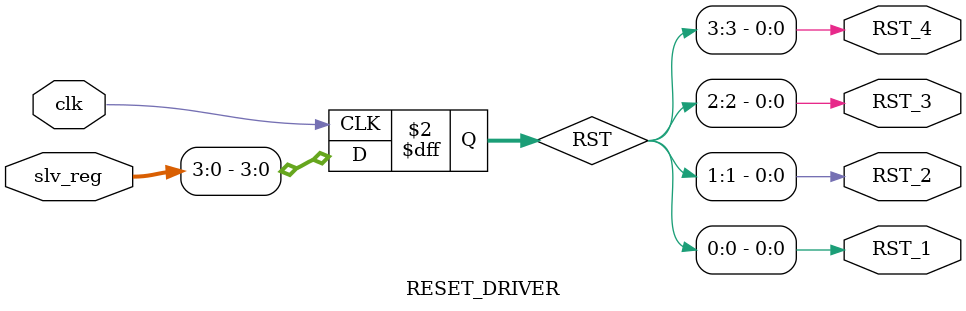
<source format=v>
`timescale 1ns / 1ps


module RESET_DRIVER(
        input wire clk,
        input wire [31:0] slv_reg,
        output wire RST_1,
        output wire RST_2,
        output wire RST_3,
        output wire RST_4
    );
    
        reg [3:0] RST;
        
        assign RST_1 = RST[0];
        assign RST_2 = RST[1];
        assign RST_3 = RST[2];
        assign RST_4 = RST[3];
        
        always @(posedge clk) begin
            RST <= slv_reg[3:0];
        end
endmodule

</source>
